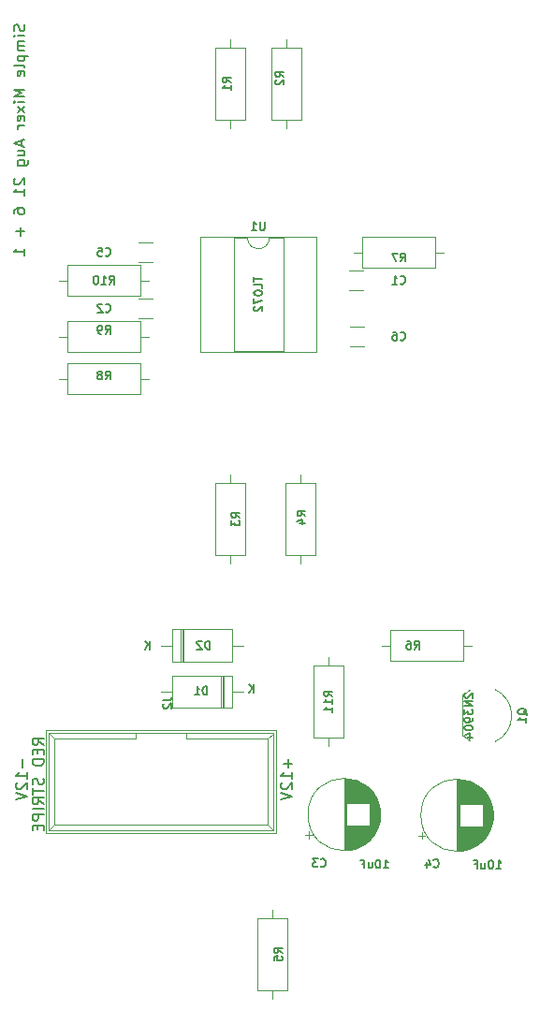
<source format=gbr>
%TF.GenerationSoftware,KiCad,Pcbnew,(5.1.9)-1*%
%TF.CreationDate,2021-08-22T20:59:49+01:00*%
%TF.ProjectId,KOSMOS Simple Mixer,4b4f534d-4f53-4205-9369-6d706c65204d,rev?*%
%TF.SameCoordinates,Original*%
%TF.FileFunction,Legend,Bot*%
%TF.FilePolarity,Positive*%
%FSLAX46Y46*%
G04 Gerber Fmt 4.6, Leading zero omitted, Abs format (unit mm)*
G04 Created by KiCad (PCBNEW (5.1.9)-1) date 2021-08-22 20:59:49*
%MOMM*%
%LPD*%
G01*
G04 APERTURE LIST*
%ADD10C,0.150000*%
%ADD11C,0.120000*%
G04 APERTURE END LIST*
D10*
X19454761Y-31481428D02*
X19502380Y-31624285D01*
X19502380Y-31862380D01*
X19454761Y-31957619D01*
X19407142Y-32005238D01*
X19311904Y-32052857D01*
X19216666Y-32052857D01*
X19121428Y-32005238D01*
X19073809Y-31957619D01*
X19026190Y-31862380D01*
X18978571Y-31671904D01*
X18930952Y-31576666D01*
X18883333Y-31529047D01*
X18788095Y-31481428D01*
X18692857Y-31481428D01*
X18597619Y-31529047D01*
X18550000Y-31576666D01*
X18502380Y-31671904D01*
X18502380Y-31910000D01*
X18550000Y-32052857D01*
X19502380Y-32481428D02*
X18835714Y-32481428D01*
X18502380Y-32481428D02*
X18550000Y-32433809D01*
X18597619Y-32481428D01*
X18550000Y-32529047D01*
X18502380Y-32481428D01*
X18597619Y-32481428D01*
X19502380Y-32957619D02*
X18835714Y-32957619D01*
X18930952Y-32957619D02*
X18883333Y-33005238D01*
X18835714Y-33100476D01*
X18835714Y-33243333D01*
X18883333Y-33338571D01*
X18978571Y-33386190D01*
X19502380Y-33386190D01*
X18978571Y-33386190D02*
X18883333Y-33433809D01*
X18835714Y-33529047D01*
X18835714Y-33671904D01*
X18883333Y-33767142D01*
X18978571Y-33814761D01*
X19502380Y-33814761D01*
X18835714Y-34290952D02*
X19835714Y-34290952D01*
X18883333Y-34290952D02*
X18835714Y-34386190D01*
X18835714Y-34576666D01*
X18883333Y-34671904D01*
X18930952Y-34719523D01*
X19026190Y-34767142D01*
X19311904Y-34767142D01*
X19407142Y-34719523D01*
X19454761Y-34671904D01*
X19502380Y-34576666D01*
X19502380Y-34386190D01*
X19454761Y-34290952D01*
X19502380Y-35338571D02*
X19454761Y-35243333D01*
X19359523Y-35195714D01*
X18502380Y-35195714D01*
X19454761Y-36100476D02*
X19502380Y-36005238D01*
X19502380Y-35814761D01*
X19454761Y-35719523D01*
X19359523Y-35671904D01*
X18978571Y-35671904D01*
X18883333Y-35719523D01*
X18835714Y-35814761D01*
X18835714Y-36005238D01*
X18883333Y-36100476D01*
X18978571Y-36148095D01*
X19073809Y-36148095D01*
X19169047Y-35671904D01*
X19502380Y-37338571D02*
X18502380Y-37338571D01*
X19216666Y-37671904D01*
X18502380Y-38005238D01*
X19502380Y-38005238D01*
X19502380Y-38481428D02*
X18835714Y-38481428D01*
X18502380Y-38481428D02*
X18550000Y-38433809D01*
X18597619Y-38481428D01*
X18550000Y-38529047D01*
X18502380Y-38481428D01*
X18597619Y-38481428D01*
X19502380Y-38862380D02*
X18835714Y-39386190D01*
X18835714Y-38862380D02*
X19502380Y-39386190D01*
X19454761Y-40148095D02*
X19502380Y-40052857D01*
X19502380Y-39862380D01*
X19454761Y-39767142D01*
X19359523Y-39719523D01*
X18978571Y-39719523D01*
X18883333Y-39767142D01*
X18835714Y-39862380D01*
X18835714Y-40052857D01*
X18883333Y-40148095D01*
X18978571Y-40195714D01*
X19073809Y-40195714D01*
X19169047Y-39719523D01*
X19502380Y-40624285D02*
X18835714Y-40624285D01*
X19026190Y-40624285D02*
X18930952Y-40671904D01*
X18883333Y-40719523D01*
X18835714Y-40814761D01*
X18835714Y-40909999D01*
X19216666Y-41957619D02*
X19216666Y-42433809D01*
X19502380Y-41862380D02*
X18502380Y-42195714D01*
X19502380Y-42529047D01*
X18835714Y-43290952D02*
X19502380Y-43290952D01*
X18835714Y-42862380D02*
X19359523Y-42862380D01*
X19454761Y-42909999D01*
X19502380Y-43005238D01*
X19502380Y-43148095D01*
X19454761Y-43243333D01*
X19407142Y-43290952D01*
X18835714Y-44195714D02*
X19645238Y-44195714D01*
X19740476Y-44148095D01*
X19788095Y-44100476D01*
X19835714Y-44005238D01*
X19835714Y-43862380D01*
X19788095Y-43767142D01*
X19454761Y-44195714D02*
X19502380Y-44100476D01*
X19502380Y-43909999D01*
X19454761Y-43814761D01*
X19407142Y-43767142D01*
X19311904Y-43719523D01*
X19026190Y-43719523D01*
X18930952Y-43767142D01*
X18883333Y-43814761D01*
X18835714Y-43909999D01*
X18835714Y-44100476D01*
X18883333Y-44195714D01*
X18597619Y-45386190D02*
X18550000Y-45433809D01*
X18502380Y-45529047D01*
X18502380Y-45767142D01*
X18550000Y-45862380D01*
X18597619Y-45909999D01*
X18692857Y-45957619D01*
X18788095Y-45957619D01*
X18930952Y-45909999D01*
X19502380Y-45338571D01*
X19502380Y-45957619D01*
X19502380Y-46909999D02*
X19502380Y-46338571D01*
X19502380Y-46624285D02*
X18502380Y-46624285D01*
X18645238Y-46529047D01*
X18740476Y-46433809D01*
X18788095Y-46338571D01*
X18502380Y-48529047D02*
X18502380Y-48338571D01*
X18550000Y-48243333D01*
X18597619Y-48195714D01*
X18740476Y-48100476D01*
X18930952Y-48052857D01*
X19311904Y-48052857D01*
X19407142Y-48100476D01*
X19454761Y-48148095D01*
X19502380Y-48243333D01*
X19502380Y-48433809D01*
X19454761Y-48529047D01*
X19407142Y-48576666D01*
X19311904Y-48624285D01*
X19073809Y-48624285D01*
X18978571Y-48576666D01*
X18930952Y-48529047D01*
X18883333Y-48433809D01*
X18883333Y-48243333D01*
X18930952Y-48148095D01*
X18978571Y-48100476D01*
X19073809Y-48052857D01*
X19121428Y-49814761D02*
X19121428Y-50576666D01*
X19502380Y-50195714D02*
X18740476Y-50195714D01*
X19502380Y-52338571D02*
X19502380Y-51767142D01*
X19502380Y-52052857D02*
X18502380Y-52052857D01*
X18645238Y-51957619D01*
X18740476Y-51862380D01*
X18788095Y-51767142D01*
D11*
%TO.C,C1*%
X48881000Y-55530000D02*
X50139000Y-55530000D01*
X48881000Y-53690000D02*
X50139000Y-53690000D01*
%TO.C,C2*%
X29831000Y-58070000D02*
X31089000Y-58070000D01*
X29831000Y-56230000D02*
X31089000Y-56230000D01*
%TO.C,C3*%
X45214759Y-105084000D02*
X45214759Y-104454000D01*
X44899759Y-104769000D02*
X45529759Y-104769000D01*
X51641000Y-103332000D02*
X51641000Y-102528000D01*
X51601000Y-103563000D02*
X51601000Y-102297000D01*
X51561000Y-103732000D02*
X51561000Y-102128000D01*
X51521000Y-103870000D02*
X51521000Y-101990000D01*
X51481000Y-103989000D02*
X51481000Y-101871000D01*
X51441000Y-104095000D02*
X51441000Y-101765000D01*
X51401000Y-104192000D02*
X51401000Y-101668000D01*
X51361000Y-104280000D02*
X51361000Y-101580000D01*
X51321000Y-104362000D02*
X51321000Y-101498000D01*
X51281000Y-104439000D02*
X51281000Y-101421000D01*
X51241000Y-104511000D02*
X51241000Y-101349000D01*
X51201000Y-104580000D02*
X51201000Y-101280000D01*
X51161000Y-104644000D02*
X51161000Y-101216000D01*
X51121000Y-104706000D02*
X51121000Y-101154000D01*
X51081000Y-104764000D02*
X51081000Y-101096000D01*
X51041000Y-104820000D02*
X51041000Y-101040000D01*
X51001000Y-104874000D02*
X51001000Y-100986000D01*
X50961000Y-104925000D02*
X50961000Y-100935000D01*
X50921000Y-104974000D02*
X50921000Y-100886000D01*
X50881000Y-105022000D02*
X50881000Y-100838000D01*
X50841000Y-105067000D02*
X50841000Y-100793000D01*
X50801000Y-105112000D02*
X50801000Y-100748000D01*
X50761000Y-105154000D02*
X50761000Y-100706000D01*
X50721000Y-105195000D02*
X50721000Y-100665000D01*
X50681000Y-101890000D02*
X50681000Y-100625000D01*
X50681000Y-105235000D02*
X50681000Y-103970000D01*
X50641000Y-101890000D02*
X50641000Y-100587000D01*
X50641000Y-105273000D02*
X50641000Y-103970000D01*
X50601000Y-101890000D02*
X50601000Y-100550000D01*
X50601000Y-105310000D02*
X50601000Y-103970000D01*
X50561000Y-101890000D02*
X50561000Y-100514000D01*
X50561000Y-105346000D02*
X50561000Y-103970000D01*
X50521000Y-101890000D02*
X50521000Y-100480000D01*
X50521000Y-105380000D02*
X50521000Y-103970000D01*
X50481000Y-101890000D02*
X50481000Y-100446000D01*
X50481000Y-105414000D02*
X50481000Y-103970000D01*
X50441000Y-101890000D02*
X50441000Y-100414000D01*
X50441000Y-105446000D02*
X50441000Y-103970000D01*
X50401000Y-101890000D02*
X50401000Y-100382000D01*
X50401000Y-105478000D02*
X50401000Y-103970000D01*
X50361000Y-101890000D02*
X50361000Y-100352000D01*
X50361000Y-105508000D02*
X50361000Y-103970000D01*
X50321000Y-101890000D02*
X50321000Y-100323000D01*
X50321000Y-105537000D02*
X50321000Y-103970000D01*
X50281000Y-101890000D02*
X50281000Y-100294000D01*
X50281000Y-105566000D02*
X50281000Y-103970000D01*
X50241000Y-101890000D02*
X50241000Y-100266000D01*
X50241000Y-105594000D02*
X50241000Y-103970000D01*
X50201000Y-101890000D02*
X50201000Y-100240000D01*
X50201000Y-105620000D02*
X50201000Y-103970000D01*
X50161000Y-101890000D02*
X50161000Y-100214000D01*
X50161000Y-105646000D02*
X50161000Y-103970000D01*
X50121000Y-101890000D02*
X50121000Y-100188000D01*
X50121000Y-105672000D02*
X50121000Y-103970000D01*
X50081000Y-101890000D02*
X50081000Y-100164000D01*
X50081000Y-105696000D02*
X50081000Y-103970000D01*
X50041000Y-101890000D02*
X50041000Y-100140000D01*
X50041000Y-105720000D02*
X50041000Y-103970000D01*
X50001000Y-101890000D02*
X50001000Y-100118000D01*
X50001000Y-105742000D02*
X50001000Y-103970000D01*
X49961000Y-101890000D02*
X49961000Y-100096000D01*
X49961000Y-105764000D02*
X49961000Y-103970000D01*
X49921000Y-101890000D02*
X49921000Y-100074000D01*
X49921000Y-105786000D02*
X49921000Y-103970000D01*
X49881000Y-101890000D02*
X49881000Y-100054000D01*
X49881000Y-105806000D02*
X49881000Y-103970000D01*
X49841000Y-101890000D02*
X49841000Y-100034000D01*
X49841000Y-105826000D02*
X49841000Y-103970000D01*
X49801000Y-101890000D02*
X49801000Y-100014000D01*
X49801000Y-105846000D02*
X49801000Y-103970000D01*
X49761000Y-101890000D02*
X49761000Y-99996000D01*
X49761000Y-105864000D02*
X49761000Y-103970000D01*
X49721000Y-101890000D02*
X49721000Y-99978000D01*
X49721000Y-105882000D02*
X49721000Y-103970000D01*
X49681000Y-101890000D02*
X49681000Y-99960000D01*
X49681000Y-105900000D02*
X49681000Y-103970000D01*
X49641000Y-101890000D02*
X49641000Y-99944000D01*
X49641000Y-105916000D02*
X49641000Y-103970000D01*
X49601000Y-101890000D02*
X49601000Y-99928000D01*
X49601000Y-105932000D02*
X49601000Y-103970000D01*
X49561000Y-101890000D02*
X49561000Y-99912000D01*
X49561000Y-105948000D02*
X49561000Y-103970000D01*
X49521000Y-101890000D02*
X49521000Y-99897000D01*
X49521000Y-105963000D02*
X49521000Y-103970000D01*
X49481000Y-101890000D02*
X49481000Y-99883000D01*
X49481000Y-105977000D02*
X49481000Y-103970000D01*
X49441000Y-101890000D02*
X49441000Y-99869000D01*
X49441000Y-105991000D02*
X49441000Y-103970000D01*
X49401000Y-101890000D02*
X49401000Y-99856000D01*
X49401000Y-106004000D02*
X49401000Y-103970000D01*
X49361000Y-101890000D02*
X49361000Y-99844000D01*
X49361000Y-106016000D02*
X49361000Y-103970000D01*
X49321000Y-101890000D02*
X49321000Y-99832000D01*
X49321000Y-106028000D02*
X49321000Y-103970000D01*
X49281000Y-101890000D02*
X49281000Y-99820000D01*
X49281000Y-106040000D02*
X49281000Y-103970000D01*
X49241000Y-101890000D02*
X49241000Y-99809000D01*
X49241000Y-106051000D02*
X49241000Y-103970000D01*
X49201000Y-101890000D02*
X49201000Y-99799000D01*
X49201000Y-106061000D02*
X49201000Y-103970000D01*
X49161000Y-101890000D02*
X49161000Y-99789000D01*
X49161000Y-106071000D02*
X49161000Y-103970000D01*
X49121000Y-101890000D02*
X49121000Y-99780000D01*
X49121000Y-106080000D02*
X49121000Y-103970000D01*
X49080000Y-101890000D02*
X49080000Y-99771000D01*
X49080000Y-106089000D02*
X49080000Y-103970000D01*
X49040000Y-101890000D02*
X49040000Y-99763000D01*
X49040000Y-106097000D02*
X49040000Y-103970000D01*
X49000000Y-101890000D02*
X49000000Y-99755000D01*
X49000000Y-106105000D02*
X49000000Y-103970000D01*
X48960000Y-101890000D02*
X48960000Y-99748000D01*
X48960000Y-106112000D02*
X48960000Y-103970000D01*
X48920000Y-101890000D02*
X48920000Y-99741000D01*
X48920000Y-106119000D02*
X48920000Y-103970000D01*
X48880000Y-101890000D02*
X48880000Y-99735000D01*
X48880000Y-106125000D02*
X48880000Y-103970000D01*
X48840000Y-101890000D02*
X48840000Y-99729000D01*
X48840000Y-106131000D02*
X48840000Y-103970000D01*
X48800000Y-101890000D02*
X48800000Y-99724000D01*
X48800000Y-106136000D02*
X48800000Y-103970000D01*
X48760000Y-101890000D02*
X48760000Y-99719000D01*
X48760000Y-106141000D02*
X48760000Y-103970000D01*
X48720000Y-101890000D02*
X48720000Y-99715000D01*
X48720000Y-106145000D02*
X48720000Y-103970000D01*
X48680000Y-101890000D02*
X48680000Y-99712000D01*
X48680000Y-106148000D02*
X48680000Y-103970000D01*
X48640000Y-101890000D02*
X48640000Y-99708000D01*
X48640000Y-106152000D02*
X48640000Y-103970000D01*
X48600000Y-106154000D02*
X48600000Y-99706000D01*
X48560000Y-106157000D02*
X48560000Y-99703000D01*
X48520000Y-106158000D02*
X48520000Y-99702000D01*
X48480000Y-106160000D02*
X48480000Y-99700000D01*
X48440000Y-106160000D02*
X48440000Y-99700000D01*
X48400000Y-106160000D02*
X48400000Y-99700000D01*
X51670000Y-102930000D02*
G75*
G03*
X51670000Y-102930000I-3270000J0D01*
G01*
%TO.C,C4*%
X61880000Y-102990000D02*
G75*
G03*
X61880000Y-102990000I-3270000J0D01*
G01*
X58610000Y-106220000D02*
X58610000Y-99760000D01*
X58650000Y-106220000D02*
X58650000Y-99760000D01*
X58690000Y-106220000D02*
X58690000Y-99760000D01*
X58730000Y-106218000D02*
X58730000Y-99762000D01*
X58770000Y-106217000D02*
X58770000Y-99763000D01*
X58810000Y-106214000D02*
X58810000Y-99766000D01*
X58850000Y-106212000D02*
X58850000Y-104030000D01*
X58850000Y-101950000D02*
X58850000Y-99768000D01*
X58890000Y-106208000D02*
X58890000Y-104030000D01*
X58890000Y-101950000D02*
X58890000Y-99772000D01*
X58930000Y-106205000D02*
X58930000Y-104030000D01*
X58930000Y-101950000D02*
X58930000Y-99775000D01*
X58970000Y-106201000D02*
X58970000Y-104030000D01*
X58970000Y-101950000D02*
X58970000Y-99779000D01*
X59010000Y-106196000D02*
X59010000Y-104030000D01*
X59010000Y-101950000D02*
X59010000Y-99784000D01*
X59050000Y-106191000D02*
X59050000Y-104030000D01*
X59050000Y-101950000D02*
X59050000Y-99789000D01*
X59090000Y-106185000D02*
X59090000Y-104030000D01*
X59090000Y-101950000D02*
X59090000Y-99795000D01*
X59130000Y-106179000D02*
X59130000Y-104030000D01*
X59130000Y-101950000D02*
X59130000Y-99801000D01*
X59170000Y-106172000D02*
X59170000Y-104030000D01*
X59170000Y-101950000D02*
X59170000Y-99808000D01*
X59210000Y-106165000D02*
X59210000Y-104030000D01*
X59210000Y-101950000D02*
X59210000Y-99815000D01*
X59250000Y-106157000D02*
X59250000Y-104030000D01*
X59250000Y-101950000D02*
X59250000Y-99823000D01*
X59290000Y-106149000D02*
X59290000Y-104030000D01*
X59290000Y-101950000D02*
X59290000Y-99831000D01*
X59331000Y-106140000D02*
X59331000Y-104030000D01*
X59331000Y-101950000D02*
X59331000Y-99840000D01*
X59371000Y-106131000D02*
X59371000Y-104030000D01*
X59371000Y-101950000D02*
X59371000Y-99849000D01*
X59411000Y-106121000D02*
X59411000Y-104030000D01*
X59411000Y-101950000D02*
X59411000Y-99859000D01*
X59451000Y-106111000D02*
X59451000Y-104030000D01*
X59451000Y-101950000D02*
X59451000Y-99869000D01*
X59491000Y-106100000D02*
X59491000Y-104030000D01*
X59491000Y-101950000D02*
X59491000Y-99880000D01*
X59531000Y-106088000D02*
X59531000Y-104030000D01*
X59531000Y-101950000D02*
X59531000Y-99892000D01*
X59571000Y-106076000D02*
X59571000Y-104030000D01*
X59571000Y-101950000D02*
X59571000Y-99904000D01*
X59611000Y-106064000D02*
X59611000Y-104030000D01*
X59611000Y-101950000D02*
X59611000Y-99916000D01*
X59651000Y-106051000D02*
X59651000Y-104030000D01*
X59651000Y-101950000D02*
X59651000Y-99929000D01*
X59691000Y-106037000D02*
X59691000Y-104030000D01*
X59691000Y-101950000D02*
X59691000Y-99943000D01*
X59731000Y-106023000D02*
X59731000Y-104030000D01*
X59731000Y-101950000D02*
X59731000Y-99957000D01*
X59771000Y-106008000D02*
X59771000Y-104030000D01*
X59771000Y-101950000D02*
X59771000Y-99972000D01*
X59811000Y-105992000D02*
X59811000Y-104030000D01*
X59811000Y-101950000D02*
X59811000Y-99988000D01*
X59851000Y-105976000D02*
X59851000Y-104030000D01*
X59851000Y-101950000D02*
X59851000Y-100004000D01*
X59891000Y-105960000D02*
X59891000Y-104030000D01*
X59891000Y-101950000D02*
X59891000Y-100020000D01*
X59931000Y-105942000D02*
X59931000Y-104030000D01*
X59931000Y-101950000D02*
X59931000Y-100038000D01*
X59971000Y-105924000D02*
X59971000Y-104030000D01*
X59971000Y-101950000D02*
X59971000Y-100056000D01*
X60011000Y-105906000D02*
X60011000Y-104030000D01*
X60011000Y-101950000D02*
X60011000Y-100074000D01*
X60051000Y-105886000D02*
X60051000Y-104030000D01*
X60051000Y-101950000D02*
X60051000Y-100094000D01*
X60091000Y-105866000D02*
X60091000Y-104030000D01*
X60091000Y-101950000D02*
X60091000Y-100114000D01*
X60131000Y-105846000D02*
X60131000Y-104030000D01*
X60131000Y-101950000D02*
X60131000Y-100134000D01*
X60171000Y-105824000D02*
X60171000Y-104030000D01*
X60171000Y-101950000D02*
X60171000Y-100156000D01*
X60211000Y-105802000D02*
X60211000Y-104030000D01*
X60211000Y-101950000D02*
X60211000Y-100178000D01*
X60251000Y-105780000D02*
X60251000Y-104030000D01*
X60251000Y-101950000D02*
X60251000Y-100200000D01*
X60291000Y-105756000D02*
X60291000Y-104030000D01*
X60291000Y-101950000D02*
X60291000Y-100224000D01*
X60331000Y-105732000D02*
X60331000Y-104030000D01*
X60331000Y-101950000D02*
X60331000Y-100248000D01*
X60371000Y-105706000D02*
X60371000Y-104030000D01*
X60371000Y-101950000D02*
X60371000Y-100274000D01*
X60411000Y-105680000D02*
X60411000Y-104030000D01*
X60411000Y-101950000D02*
X60411000Y-100300000D01*
X60451000Y-105654000D02*
X60451000Y-104030000D01*
X60451000Y-101950000D02*
X60451000Y-100326000D01*
X60491000Y-105626000D02*
X60491000Y-104030000D01*
X60491000Y-101950000D02*
X60491000Y-100354000D01*
X60531000Y-105597000D02*
X60531000Y-104030000D01*
X60531000Y-101950000D02*
X60531000Y-100383000D01*
X60571000Y-105568000D02*
X60571000Y-104030000D01*
X60571000Y-101950000D02*
X60571000Y-100412000D01*
X60611000Y-105538000D02*
X60611000Y-104030000D01*
X60611000Y-101950000D02*
X60611000Y-100442000D01*
X60651000Y-105506000D02*
X60651000Y-104030000D01*
X60651000Y-101950000D02*
X60651000Y-100474000D01*
X60691000Y-105474000D02*
X60691000Y-104030000D01*
X60691000Y-101950000D02*
X60691000Y-100506000D01*
X60731000Y-105440000D02*
X60731000Y-104030000D01*
X60731000Y-101950000D02*
X60731000Y-100540000D01*
X60771000Y-105406000D02*
X60771000Y-104030000D01*
X60771000Y-101950000D02*
X60771000Y-100574000D01*
X60811000Y-105370000D02*
X60811000Y-104030000D01*
X60811000Y-101950000D02*
X60811000Y-100610000D01*
X60851000Y-105333000D02*
X60851000Y-104030000D01*
X60851000Y-101950000D02*
X60851000Y-100647000D01*
X60891000Y-105295000D02*
X60891000Y-104030000D01*
X60891000Y-101950000D02*
X60891000Y-100685000D01*
X60931000Y-105255000D02*
X60931000Y-100725000D01*
X60971000Y-105214000D02*
X60971000Y-100766000D01*
X61011000Y-105172000D02*
X61011000Y-100808000D01*
X61051000Y-105127000D02*
X61051000Y-100853000D01*
X61091000Y-105082000D02*
X61091000Y-100898000D01*
X61131000Y-105034000D02*
X61131000Y-100946000D01*
X61171000Y-104985000D02*
X61171000Y-100995000D01*
X61211000Y-104934000D02*
X61211000Y-101046000D01*
X61251000Y-104880000D02*
X61251000Y-101100000D01*
X61291000Y-104824000D02*
X61291000Y-101156000D01*
X61331000Y-104766000D02*
X61331000Y-101214000D01*
X61371000Y-104704000D02*
X61371000Y-101276000D01*
X61411000Y-104640000D02*
X61411000Y-101340000D01*
X61451000Y-104571000D02*
X61451000Y-101409000D01*
X61491000Y-104499000D02*
X61491000Y-101481000D01*
X61531000Y-104422000D02*
X61531000Y-101558000D01*
X61571000Y-104340000D02*
X61571000Y-101640000D01*
X61611000Y-104252000D02*
X61611000Y-101728000D01*
X61651000Y-104155000D02*
X61651000Y-101825000D01*
X61691000Y-104049000D02*
X61691000Y-101931000D01*
X61731000Y-103930000D02*
X61731000Y-102050000D01*
X61771000Y-103792000D02*
X61771000Y-102188000D01*
X61811000Y-103623000D02*
X61811000Y-102357000D01*
X61851000Y-103392000D02*
X61851000Y-102588000D01*
X55109759Y-104829000D02*
X55739759Y-104829000D01*
X55424759Y-105144000D02*
X55424759Y-104514000D01*
%TO.C,C5*%
X29831000Y-51150000D02*
X31089000Y-51150000D01*
X29831000Y-52990000D02*
X31089000Y-52990000D01*
%TO.C,C6*%
X50179000Y-60610000D02*
X48921000Y-60610000D01*
X50179000Y-58770000D02*
X48921000Y-58770000D01*
%TO.C,D1*%
X37500000Y-90360000D02*
X37500000Y-93300000D01*
X37260000Y-90360000D02*
X37260000Y-93300000D01*
X37380000Y-90360000D02*
X37380000Y-93300000D01*
X31820000Y-91830000D02*
X32840000Y-91830000D01*
X39300000Y-91830000D02*
X38280000Y-91830000D01*
X32840000Y-90360000D02*
X38280000Y-90360000D01*
X32840000Y-93300000D02*
X32840000Y-90360000D01*
X38280000Y-93300000D02*
X32840000Y-93300000D01*
X38280000Y-90360000D02*
X38280000Y-93300000D01*
%TO.C,D2*%
X32840000Y-89100000D02*
X32840000Y-86160000D01*
X32840000Y-86160000D02*
X38280000Y-86160000D01*
X38280000Y-86160000D02*
X38280000Y-89100000D01*
X38280000Y-89100000D02*
X32840000Y-89100000D01*
X31820000Y-87630000D02*
X32840000Y-87630000D01*
X39300000Y-87630000D02*
X38280000Y-87630000D01*
X33740000Y-89100000D02*
X33740000Y-86160000D01*
X33860000Y-89100000D02*
X33860000Y-86160000D01*
X33620000Y-89100000D02*
X33620000Y-86160000D01*
%TO.C,J2*%
X29580000Y-96090000D02*
X22200000Y-96090000D01*
X29580000Y-95590000D02*
X29580000Y-96070000D01*
X34080000Y-96090000D02*
X34080000Y-95580000D01*
X41450000Y-96090000D02*
X34100000Y-96090000D01*
X41450000Y-96090000D02*
X41950000Y-95590000D01*
X41450000Y-103840000D02*
X41450000Y-96090000D01*
X41450000Y-103840000D02*
X42000000Y-104390000D01*
X22200000Y-103840000D02*
X41450000Y-103840000D01*
X22200000Y-103840000D02*
X21650000Y-104390000D01*
X22200000Y-96090000D02*
X22200000Y-103840000D01*
X21650000Y-95540000D02*
X22200000Y-96090000D01*
X42000000Y-95540000D02*
X21650000Y-95540000D01*
X42000000Y-104390000D02*
X42000000Y-95540000D01*
X21650000Y-104390000D02*
X42000000Y-104390000D01*
X21650000Y-95540000D02*
X21650000Y-104390000D01*
X21400000Y-95285000D02*
X21400000Y-104635000D01*
X42260000Y-95285000D02*
X21400000Y-95285000D01*
X42260000Y-104635000D02*
X42260000Y-95285000D01*
X21400000Y-104635000D02*
X42260000Y-104635000D01*
%TO.C,Q1*%
X59110000Y-95780000D02*
X59110000Y-92180000D01*
X59837205Y-96304184D02*
G75*
G02*
X59110000Y-95780000I1122795J2324184D01*
G01*
X62058807Y-96336400D02*
G75*
G03*
X63560000Y-93980000I-1098807J2356400D01*
G01*
X62058807Y-91623600D02*
G75*
G02*
X63560000Y-93980000I-1098807J-2356400D01*
G01*
X59837205Y-91655816D02*
G75*
G03*
X59110000Y-92180000I1122795J-2324184D01*
G01*
%TO.C,R1*%
X39470000Y-40100000D02*
X36730000Y-40100000D01*
X36730000Y-40100000D02*
X36730000Y-33560000D01*
X36730000Y-33560000D02*
X39470000Y-33560000D01*
X39470000Y-33560000D02*
X39470000Y-40100000D01*
X38100000Y-40870000D02*
X38100000Y-40100000D01*
X38100000Y-32790000D02*
X38100000Y-33560000D01*
%TO.C,R2*%
X44550000Y-40100000D02*
X41810000Y-40100000D01*
X41810000Y-40100000D02*
X41810000Y-33560000D01*
X41810000Y-33560000D02*
X44550000Y-33560000D01*
X44550000Y-33560000D02*
X44550000Y-40100000D01*
X43180000Y-40870000D02*
X43180000Y-40100000D01*
X43180000Y-32790000D02*
X43180000Y-33560000D01*
%TO.C,R3*%
X38100000Y-80240000D02*
X38100000Y-79470000D01*
X38100000Y-72160000D02*
X38100000Y-72930000D01*
X36730000Y-79470000D02*
X36730000Y-72930000D01*
X39470000Y-79470000D02*
X36730000Y-79470000D01*
X39470000Y-72930000D02*
X39470000Y-79470000D01*
X36730000Y-72930000D02*
X39470000Y-72930000D01*
%TO.C,R4*%
X44450000Y-80240000D02*
X44450000Y-79470000D01*
X44450000Y-72160000D02*
X44450000Y-72930000D01*
X43080000Y-79470000D02*
X43080000Y-72930000D01*
X45820000Y-79470000D02*
X43080000Y-79470000D01*
X45820000Y-72930000D02*
X45820000Y-79470000D01*
X43080000Y-72930000D02*
X45820000Y-72930000D01*
%TO.C,R5*%
X40540000Y-112300000D02*
X43280000Y-112300000D01*
X43280000Y-112300000D02*
X43280000Y-118840000D01*
X43280000Y-118840000D02*
X40540000Y-118840000D01*
X40540000Y-118840000D02*
X40540000Y-112300000D01*
X41910000Y-111530000D02*
X41910000Y-112300000D01*
X41910000Y-119610000D02*
X41910000Y-118840000D01*
%TO.C,R6*%
X59150000Y-86260000D02*
X59150000Y-89000000D01*
X59150000Y-89000000D02*
X52610000Y-89000000D01*
X52610000Y-89000000D02*
X52610000Y-86260000D01*
X52610000Y-86260000D02*
X59150000Y-86260000D01*
X59920000Y-87630000D02*
X59150000Y-87630000D01*
X51840000Y-87630000D02*
X52610000Y-87630000D01*
%TO.C,R7*%
X57380000Y-52070000D02*
X56610000Y-52070000D01*
X49300000Y-52070000D02*
X50070000Y-52070000D01*
X56610000Y-53440000D02*
X50070000Y-53440000D01*
X56610000Y-50700000D02*
X56610000Y-53440000D01*
X50070000Y-50700000D02*
X56610000Y-50700000D01*
X50070000Y-53440000D02*
X50070000Y-50700000D01*
%TO.C,R8*%
X29940000Y-62130000D02*
X29940000Y-64870000D01*
X29940000Y-64870000D02*
X23400000Y-64870000D01*
X23400000Y-64870000D02*
X23400000Y-62130000D01*
X23400000Y-62130000D02*
X29940000Y-62130000D01*
X30710000Y-63500000D02*
X29940000Y-63500000D01*
X22630000Y-63500000D02*
X23400000Y-63500000D01*
%TO.C,R9*%
X30710000Y-59690000D02*
X29940000Y-59690000D01*
X22630000Y-59690000D02*
X23400000Y-59690000D01*
X29940000Y-61060000D02*
X23400000Y-61060000D01*
X29940000Y-58320000D02*
X29940000Y-61060000D01*
X23400000Y-58320000D02*
X29940000Y-58320000D01*
X23400000Y-61060000D02*
X23400000Y-58320000D01*
%TO.C,R10*%
X23400000Y-55980000D02*
X23400000Y-53240000D01*
X23400000Y-53240000D02*
X29940000Y-53240000D01*
X29940000Y-53240000D02*
X29940000Y-55980000D01*
X29940000Y-55980000D02*
X23400000Y-55980000D01*
X22630000Y-54610000D02*
X23400000Y-54610000D01*
X30710000Y-54610000D02*
X29940000Y-54610000D01*
%TO.C,R11*%
X46990000Y-96750000D02*
X46990000Y-95980000D01*
X46990000Y-88670000D02*
X46990000Y-89440000D01*
X45620000Y-95980000D02*
X45620000Y-89440000D01*
X48360000Y-95980000D02*
X45620000Y-95980000D01*
X48360000Y-89440000D02*
X48360000Y-95980000D01*
X45620000Y-89440000D02*
X48360000Y-89440000D01*
%TO.C,U1*%
X41640000Y-50740000D02*
X42890000Y-50740000D01*
X42890000Y-50740000D02*
X42890000Y-61020000D01*
X42890000Y-61020000D02*
X38390000Y-61020000D01*
X38390000Y-61020000D02*
X38390000Y-50740000D01*
X38390000Y-50740000D02*
X39640000Y-50740000D01*
X45890000Y-50680000D02*
X45890000Y-61080000D01*
X45890000Y-61080000D02*
X35390000Y-61080000D01*
X35390000Y-61080000D02*
X35390000Y-50680000D01*
X35390000Y-50680000D02*
X45890000Y-50680000D01*
X39640000Y-50740000D02*
G75*
G03*
X41640000Y-50740000I1000000J0D01*
G01*
%TO.C,C1*%
D10*
X53465000Y-54877857D02*
X53500714Y-54913571D01*
X53607857Y-54949285D01*
X53679285Y-54949285D01*
X53786428Y-54913571D01*
X53857857Y-54842142D01*
X53893571Y-54770714D01*
X53929285Y-54627857D01*
X53929285Y-54520714D01*
X53893571Y-54377857D01*
X53857857Y-54306428D01*
X53786428Y-54235000D01*
X53679285Y-54199285D01*
X53607857Y-54199285D01*
X53500714Y-54235000D01*
X53465000Y-54270714D01*
X52750714Y-54949285D02*
X53179285Y-54949285D01*
X52965000Y-54949285D02*
X52965000Y-54199285D01*
X53036428Y-54306428D01*
X53107857Y-54377857D01*
X53179285Y-54413571D01*
%TO.C,C2*%
X26795000Y-57417857D02*
X26830714Y-57453571D01*
X26937857Y-57489285D01*
X27009285Y-57489285D01*
X27116428Y-57453571D01*
X27187857Y-57382142D01*
X27223571Y-57310714D01*
X27259285Y-57167857D01*
X27259285Y-57060714D01*
X27223571Y-56917857D01*
X27187857Y-56846428D01*
X27116428Y-56775000D01*
X27009285Y-56739285D01*
X26937857Y-56739285D01*
X26830714Y-56775000D01*
X26795000Y-56810714D01*
X26509285Y-56810714D02*
X26473571Y-56775000D01*
X26402142Y-56739285D01*
X26223571Y-56739285D01*
X26152142Y-56775000D01*
X26116428Y-56810714D01*
X26080714Y-56882142D01*
X26080714Y-56953571D01*
X26116428Y-57060714D01*
X26545000Y-57489285D01*
X26080714Y-57489285D01*
%TO.C,C3*%
X46275000Y-107597857D02*
X46310714Y-107633571D01*
X46417857Y-107669285D01*
X46489285Y-107669285D01*
X46596428Y-107633571D01*
X46667857Y-107562142D01*
X46703571Y-107490714D01*
X46739285Y-107347857D01*
X46739285Y-107240714D01*
X46703571Y-107097857D01*
X46667857Y-107026428D01*
X46596428Y-106955000D01*
X46489285Y-106919285D01*
X46417857Y-106919285D01*
X46310714Y-106955000D01*
X46275000Y-106990714D01*
X46025000Y-106919285D02*
X45560714Y-106919285D01*
X45810714Y-107205000D01*
X45703571Y-107205000D01*
X45632142Y-107240714D01*
X45596428Y-107276428D01*
X45560714Y-107347857D01*
X45560714Y-107526428D01*
X45596428Y-107597857D01*
X45632142Y-107633571D01*
X45703571Y-107669285D01*
X45917857Y-107669285D01*
X45989285Y-107633571D01*
X46025000Y-107597857D01*
X51953571Y-107769285D02*
X52382142Y-107769285D01*
X52167857Y-107769285D02*
X52167857Y-107019285D01*
X52239285Y-107126428D01*
X52310714Y-107197857D01*
X52382142Y-107233571D01*
X51489285Y-107019285D02*
X51417857Y-107019285D01*
X51346428Y-107055000D01*
X51310714Y-107090714D01*
X51275000Y-107162142D01*
X51239285Y-107305000D01*
X51239285Y-107483571D01*
X51275000Y-107626428D01*
X51310714Y-107697857D01*
X51346428Y-107733571D01*
X51417857Y-107769285D01*
X51489285Y-107769285D01*
X51560714Y-107733571D01*
X51596428Y-107697857D01*
X51632142Y-107626428D01*
X51667857Y-107483571D01*
X51667857Y-107305000D01*
X51632142Y-107162142D01*
X51596428Y-107090714D01*
X51560714Y-107055000D01*
X51489285Y-107019285D01*
X50596428Y-107269285D02*
X50596428Y-107769285D01*
X50917857Y-107269285D02*
X50917857Y-107662142D01*
X50882142Y-107733571D01*
X50810714Y-107769285D01*
X50703571Y-107769285D01*
X50632142Y-107733571D01*
X50596428Y-107697857D01*
X49989285Y-107376428D02*
X50239285Y-107376428D01*
X50239285Y-107769285D02*
X50239285Y-107019285D01*
X49882142Y-107019285D01*
%TO.C,C4*%
X56485000Y-107657857D02*
X56520714Y-107693571D01*
X56627857Y-107729285D01*
X56699285Y-107729285D01*
X56806428Y-107693571D01*
X56877857Y-107622142D01*
X56913571Y-107550714D01*
X56949285Y-107407857D01*
X56949285Y-107300714D01*
X56913571Y-107157857D01*
X56877857Y-107086428D01*
X56806428Y-107015000D01*
X56699285Y-106979285D01*
X56627857Y-106979285D01*
X56520714Y-107015000D01*
X56485000Y-107050714D01*
X55842142Y-107229285D02*
X55842142Y-107729285D01*
X56020714Y-106943571D02*
X56199285Y-107479285D01*
X55735000Y-107479285D01*
X62163571Y-107829285D02*
X62592142Y-107829285D01*
X62377857Y-107829285D02*
X62377857Y-107079285D01*
X62449285Y-107186428D01*
X62520714Y-107257857D01*
X62592142Y-107293571D01*
X61699285Y-107079285D02*
X61627857Y-107079285D01*
X61556428Y-107115000D01*
X61520714Y-107150714D01*
X61485000Y-107222142D01*
X61449285Y-107365000D01*
X61449285Y-107543571D01*
X61485000Y-107686428D01*
X61520714Y-107757857D01*
X61556428Y-107793571D01*
X61627857Y-107829285D01*
X61699285Y-107829285D01*
X61770714Y-107793571D01*
X61806428Y-107757857D01*
X61842142Y-107686428D01*
X61877857Y-107543571D01*
X61877857Y-107365000D01*
X61842142Y-107222142D01*
X61806428Y-107150714D01*
X61770714Y-107115000D01*
X61699285Y-107079285D01*
X60806428Y-107329285D02*
X60806428Y-107829285D01*
X61127857Y-107329285D02*
X61127857Y-107722142D01*
X61092142Y-107793571D01*
X61020714Y-107829285D01*
X60913571Y-107829285D01*
X60842142Y-107793571D01*
X60806428Y-107757857D01*
X60199285Y-107436428D02*
X60449285Y-107436428D01*
X60449285Y-107829285D02*
X60449285Y-107079285D01*
X60092142Y-107079285D01*
%TO.C,C5*%
X26795000Y-52337857D02*
X26830714Y-52373571D01*
X26937857Y-52409285D01*
X27009285Y-52409285D01*
X27116428Y-52373571D01*
X27187857Y-52302142D01*
X27223571Y-52230714D01*
X27259285Y-52087857D01*
X27259285Y-51980714D01*
X27223571Y-51837857D01*
X27187857Y-51766428D01*
X27116428Y-51695000D01*
X27009285Y-51659285D01*
X26937857Y-51659285D01*
X26830714Y-51695000D01*
X26795000Y-51730714D01*
X26116428Y-51659285D02*
X26473571Y-51659285D01*
X26509285Y-52016428D01*
X26473571Y-51980714D01*
X26402142Y-51945000D01*
X26223571Y-51945000D01*
X26152142Y-51980714D01*
X26116428Y-52016428D01*
X26080714Y-52087857D01*
X26080714Y-52266428D01*
X26116428Y-52337857D01*
X26152142Y-52373571D01*
X26223571Y-52409285D01*
X26402142Y-52409285D01*
X26473571Y-52373571D01*
X26509285Y-52337857D01*
%TO.C,C6*%
X53465000Y-59957857D02*
X53500714Y-59993571D01*
X53607857Y-60029285D01*
X53679285Y-60029285D01*
X53786428Y-59993571D01*
X53857857Y-59922142D01*
X53893571Y-59850714D01*
X53929285Y-59707857D01*
X53929285Y-59600714D01*
X53893571Y-59457857D01*
X53857857Y-59386428D01*
X53786428Y-59315000D01*
X53679285Y-59279285D01*
X53607857Y-59279285D01*
X53500714Y-59315000D01*
X53465000Y-59350714D01*
X52822142Y-59279285D02*
X52965000Y-59279285D01*
X53036428Y-59315000D01*
X53072142Y-59350714D01*
X53143571Y-59457857D01*
X53179285Y-59600714D01*
X53179285Y-59886428D01*
X53143571Y-59957857D01*
X53107857Y-59993571D01*
X53036428Y-60029285D01*
X52893571Y-60029285D01*
X52822142Y-59993571D01*
X52786428Y-59957857D01*
X52750714Y-59886428D01*
X52750714Y-59707857D01*
X52786428Y-59636428D01*
X52822142Y-59600714D01*
X52893571Y-59565000D01*
X53036428Y-59565000D01*
X53107857Y-59600714D01*
X53143571Y-59636428D01*
X53179285Y-59707857D01*
%TO.C,D1*%
X36013571Y-92099285D02*
X36013571Y-91349285D01*
X35835000Y-91349285D01*
X35727857Y-91385000D01*
X35656428Y-91456428D01*
X35620714Y-91527857D01*
X35585000Y-91670714D01*
X35585000Y-91777857D01*
X35620714Y-91920714D01*
X35656428Y-91992142D01*
X35727857Y-92063571D01*
X35835000Y-92099285D01*
X36013571Y-92099285D01*
X34870714Y-92099285D02*
X35299285Y-92099285D01*
X35085000Y-92099285D02*
X35085000Y-91349285D01*
X35156428Y-91456428D01*
X35227857Y-91527857D01*
X35299285Y-91563571D01*
X40226428Y-91869285D02*
X40226428Y-91119285D01*
X39797857Y-91869285D02*
X40119285Y-91440714D01*
X39797857Y-91119285D02*
X40226428Y-91547857D01*
%TO.C,D2*%
X36223571Y-87969285D02*
X36223571Y-87219285D01*
X36045000Y-87219285D01*
X35937857Y-87255000D01*
X35866428Y-87326428D01*
X35830714Y-87397857D01*
X35795000Y-87540714D01*
X35795000Y-87647857D01*
X35830714Y-87790714D01*
X35866428Y-87862142D01*
X35937857Y-87933571D01*
X36045000Y-87969285D01*
X36223571Y-87969285D01*
X35509285Y-87290714D02*
X35473571Y-87255000D01*
X35402142Y-87219285D01*
X35223571Y-87219285D01*
X35152142Y-87255000D01*
X35116428Y-87290714D01*
X35080714Y-87362142D01*
X35080714Y-87433571D01*
X35116428Y-87540714D01*
X35545000Y-87969285D01*
X35080714Y-87969285D01*
X30786428Y-87969285D02*
X30786428Y-87219285D01*
X30357857Y-87969285D02*
X30679285Y-87540714D01*
X30357857Y-87219285D02*
X30786428Y-87647857D01*
%TO.C,J2*%
X32009285Y-92590000D02*
X32545000Y-92590000D01*
X32652142Y-92554285D01*
X32723571Y-92482857D01*
X32759285Y-92375714D01*
X32759285Y-92304285D01*
X32080714Y-92911428D02*
X32045000Y-92947142D01*
X32009285Y-93018571D01*
X32009285Y-93197142D01*
X32045000Y-93268571D01*
X32080714Y-93304285D01*
X32152142Y-93340000D01*
X32223571Y-93340000D01*
X32330714Y-93304285D01*
X32759285Y-92875714D01*
X32759285Y-93340000D01*
X43321428Y-97928095D02*
X43321428Y-98690000D01*
X43702380Y-98309047D02*
X42940476Y-98309047D01*
X43702380Y-99690000D02*
X43702380Y-99118571D01*
X43702380Y-99404285D02*
X42702380Y-99404285D01*
X42845238Y-99309047D01*
X42940476Y-99213809D01*
X42988095Y-99118571D01*
X42797619Y-100070952D02*
X42750000Y-100118571D01*
X42702380Y-100213809D01*
X42702380Y-100451904D01*
X42750000Y-100547142D01*
X42797619Y-100594761D01*
X42892857Y-100642380D01*
X42988095Y-100642380D01*
X43130952Y-100594761D01*
X43702380Y-100023333D01*
X43702380Y-100642380D01*
X42702380Y-100928095D02*
X43702380Y-101261428D01*
X42702380Y-101594761D01*
X19321428Y-97928095D02*
X19321428Y-98690000D01*
X19702380Y-99690000D02*
X19702380Y-99118571D01*
X19702380Y-99404285D02*
X18702380Y-99404285D01*
X18845238Y-99309047D01*
X18940476Y-99213809D01*
X18988095Y-99118571D01*
X18797619Y-100070952D02*
X18750000Y-100118571D01*
X18702380Y-100213809D01*
X18702380Y-100451904D01*
X18750000Y-100547142D01*
X18797619Y-100594761D01*
X18892857Y-100642380D01*
X18988095Y-100642380D01*
X19130952Y-100594761D01*
X19702380Y-100023333D01*
X19702380Y-100642380D01*
X18702380Y-100928095D02*
X19702380Y-101261428D01*
X18702380Y-101594761D01*
X21202380Y-96618571D02*
X20726190Y-96285238D01*
X21202380Y-96047142D02*
X20202380Y-96047142D01*
X20202380Y-96428095D01*
X20250000Y-96523333D01*
X20297619Y-96570952D01*
X20392857Y-96618571D01*
X20535714Y-96618571D01*
X20630952Y-96570952D01*
X20678571Y-96523333D01*
X20726190Y-96428095D01*
X20726190Y-96047142D01*
X20678571Y-97047142D02*
X20678571Y-97380476D01*
X21202380Y-97523333D02*
X21202380Y-97047142D01*
X20202380Y-97047142D01*
X20202380Y-97523333D01*
X21202380Y-97951904D02*
X20202380Y-97951904D01*
X20202380Y-98190000D01*
X20250000Y-98332857D01*
X20345238Y-98428095D01*
X20440476Y-98475714D01*
X20630952Y-98523333D01*
X20773809Y-98523333D01*
X20964285Y-98475714D01*
X21059523Y-98428095D01*
X21154761Y-98332857D01*
X21202380Y-98190000D01*
X21202380Y-97951904D01*
X21154761Y-99666190D02*
X21202380Y-99809047D01*
X21202380Y-100047142D01*
X21154761Y-100142380D01*
X21107142Y-100190000D01*
X21011904Y-100237619D01*
X20916666Y-100237619D01*
X20821428Y-100190000D01*
X20773809Y-100142380D01*
X20726190Y-100047142D01*
X20678571Y-99856666D01*
X20630952Y-99761428D01*
X20583333Y-99713809D01*
X20488095Y-99666190D01*
X20392857Y-99666190D01*
X20297619Y-99713809D01*
X20250000Y-99761428D01*
X20202380Y-99856666D01*
X20202380Y-100094761D01*
X20250000Y-100237619D01*
X20202380Y-100523333D02*
X20202380Y-101094761D01*
X21202380Y-100809047D02*
X20202380Y-100809047D01*
X21202380Y-101999523D02*
X20726190Y-101666190D01*
X21202380Y-101428095D02*
X20202380Y-101428095D01*
X20202380Y-101809047D01*
X20250000Y-101904285D01*
X20297619Y-101951904D01*
X20392857Y-101999523D01*
X20535714Y-101999523D01*
X20630952Y-101951904D01*
X20678571Y-101904285D01*
X20726190Y-101809047D01*
X20726190Y-101428095D01*
X21202380Y-102428095D02*
X20202380Y-102428095D01*
X21202380Y-102904285D02*
X20202380Y-102904285D01*
X20202380Y-103285238D01*
X20250000Y-103380476D01*
X20297619Y-103428095D01*
X20392857Y-103475714D01*
X20535714Y-103475714D01*
X20630952Y-103428095D01*
X20678571Y-103380476D01*
X20726190Y-103285238D01*
X20726190Y-102904285D01*
X20678571Y-103904285D02*
X20678571Y-104237619D01*
X21202380Y-104380476D02*
X21202380Y-103904285D01*
X20202380Y-103904285D01*
X20202380Y-104380476D01*
%TO.C,Q1*%
X64930714Y-93908571D02*
X64895000Y-93837142D01*
X64823571Y-93765714D01*
X64716428Y-93658571D01*
X64680714Y-93587142D01*
X64680714Y-93515714D01*
X64859285Y-93551428D02*
X64823571Y-93480000D01*
X64752142Y-93408571D01*
X64609285Y-93372857D01*
X64359285Y-93372857D01*
X64216428Y-93408571D01*
X64145000Y-93480000D01*
X64109285Y-93551428D01*
X64109285Y-93694285D01*
X64145000Y-93765714D01*
X64216428Y-93837142D01*
X64359285Y-93872857D01*
X64609285Y-93872857D01*
X64752142Y-93837142D01*
X64823571Y-93765714D01*
X64859285Y-93694285D01*
X64859285Y-93551428D01*
X64859285Y-94587142D02*
X64859285Y-94158571D01*
X64859285Y-94372857D02*
X64109285Y-94372857D01*
X64216428Y-94301428D01*
X64287857Y-94230000D01*
X64323571Y-94158571D01*
X59350714Y-91944285D02*
X59315000Y-91980000D01*
X59279285Y-92051428D01*
X59279285Y-92230000D01*
X59315000Y-92301428D01*
X59350714Y-92337142D01*
X59422142Y-92372857D01*
X59493571Y-92372857D01*
X59600714Y-92337142D01*
X60029285Y-91908571D01*
X60029285Y-92372857D01*
X60029285Y-92694285D02*
X59279285Y-92694285D01*
X60029285Y-93122857D01*
X59279285Y-93122857D01*
X59279285Y-93408571D02*
X59279285Y-93872857D01*
X59565000Y-93622857D01*
X59565000Y-93730000D01*
X59600714Y-93801428D01*
X59636428Y-93837142D01*
X59707857Y-93872857D01*
X59886428Y-93872857D01*
X59957857Y-93837142D01*
X59993571Y-93801428D01*
X60029285Y-93730000D01*
X60029285Y-93515714D01*
X59993571Y-93444285D01*
X59957857Y-93408571D01*
X60029285Y-94230000D02*
X60029285Y-94372857D01*
X59993571Y-94444285D01*
X59957857Y-94480000D01*
X59850714Y-94551428D01*
X59707857Y-94587142D01*
X59422142Y-94587142D01*
X59350714Y-94551428D01*
X59315000Y-94515714D01*
X59279285Y-94444285D01*
X59279285Y-94301428D01*
X59315000Y-94229999D01*
X59350714Y-94194285D01*
X59422142Y-94158571D01*
X59600714Y-94158571D01*
X59672142Y-94194285D01*
X59707857Y-94230000D01*
X59743571Y-94301428D01*
X59743571Y-94444285D01*
X59707857Y-94515714D01*
X59672142Y-94551428D01*
X59600714Y-94587142D01*
X59279285Y-95051428D02*
X59279285Y-95122857D01*
X59315000Y-95194285D01*
X59350714Y-95230000D01*
X59422142Y-95265714D01*
X59565000Y-95301428D01*
X59743571Y-95301428D01*
X59886428Y-95265714D01*
X59957857Y-95230000D01*
X59993571Y-95194285D01*
X60029285Y-95122857D01*
X60029285Y-95051428D01*
X59993571Y-94980000D01*
X59957857Y-94944285D01*
X59886428Y-94908571D01*
X59743571Y-94872857D01*
X59565000Y-94872857D01*
X59422142Y-94908571D01*
X59350714Y-94944285D01*
X59315000Y-94980000D01*
X59279285Y-95051428D01*
X59529285Y-95944285D02*
X60029285Y-95944285D01*
X59243571Y-95765714D02*
X59779285Y-95587142D01*
X59779285Y-96051428D01*
%TO.C,R1*%
X38134286Y-36705000D02*
X37777143Y-36455000D01*
X38134286Y-36276428D02*
X37384286Y-36276428D01*
X37384286Y-36562142D01*
X37420001Y-36633571D01*
X37455715Y-36669285D01*
X37527143Y-36705000D01*
X37634286Y-36705000D01*
X37705715Y-36669285D01*
X37741429Y-36633571D01*
X37777143Y-36562142D01*
X37777143Y-36276428D01*
X38134286Y-37419285D02*
X38134286Y-36990714D01*
X38134286Y-37205000D02*
X37384286Y-37205000D01*
X37491429Y-37133571D01*
X37562858Y-37062142D01*
X37598572Y-36990714D01*
%TO.C,R2*%
X42934286Y-36190001D02*
X42577143Y-35940001D01*
X42934286Y-35761429D02*
X42184286Y-35761429D01*
X42184286Y-36047143D01*
X42220001Y-36118572D01*
X42255715Y-36154286D01*
X42327143Y-36190001D01*
X42434286Y-36190001D01*
X42505715Y-36154286D01*
X42541429Y-36118572D01*
X42577143Y-36047143D01*
X42577143Y-35761429D01*
X42255715Y-36475715D02*
X42220001Y-36511429D01*
X42184286Y-36582858D01*
X42184286Y-36761429D01*
X42220001Y-36832858D01*
X42255715Y-36868572D01*
X42327143Y-36904286D01*
X42398572Y-36904286D01*
X42505715Y-36868572D01*
X42934286Y-36440001D01*
X42934286Y-36904286D01*
%TO.C,R3*%
X38964284Y-76075000D02*
X38607141Y-75825000D01*
X38964284Y-75646428D02*
X38214284Y-75646428D01*
X38214284Y-75932142D01*
X38249999Y-76003571D01*
X38285713Y-76039285D01*
X38357141Y-76075000D01*
X38464284Y-76075000D01*
X38535713Y-76039285D01*
X38571427Y-76003571D01*
X38607141Y-75932142D01*
X38607141Y-75646428D01*
X38214284Y-76325000D02*
X38214284Y-76789285D01*
X38499999Y-76539285D01*
X38499999Y-76646428D01*
X38535713Y-76717857D01*
X38571427Y-76753571D01*
X38642856Y-76789285D01*
X38821427Y-76789285D01*
X38892856Y-76753571D01*
X38928570Y-76717857D01*
X38964284Y-76646428D01*
X38964284Y-76432142D01*
X38928570Y-76360714D01*
X38892856Y-76325000D01*
%TO.C,R4*%
X44894284Y-75929999D02*
X44537141Y-75679999D01*
X44894284Y-75501427D02*
X44144284Y-75501427D01*
X44144284Y-75787141D01*
X44179999Y-75858570D01*
X44215713Y-75894284D01*
X44287141Y-75929999D01*
X44394284Y-75929999D01*
X44465713Y-75894284D01*
X44501427Y-75858570D01*
X44537141Y-75787141D01*
X44537141Y-75501427D01*
X44394284Y-76572856D02*
X44894284Y-76572856D01*
X44108570Y-76394284D02*
X44644284Y-76215713D01*
X44644284Y-76679999D01*
%TO.C,R5*%
X42794284Y-115445000D02*
X42437141Y-115195000D01*
X42794284Y-115016428D02*
X42044284Y-115016428D01*
X42044284Y-115302142D01*
X42079999Y-115373571D01*
X42115713Y-115409285D01*
X42187141Y-115445000D01*
X42294284Y-115445000D01*
X42365713Y-115409285D01*
X42401427Y-115373571D01*
X42437141Y-115302142D01*
X42437141Y-115016428D01*
X42044284Y-116123571D02*
X42044284Y-115766428D01*
X42401427Y-115730714D01*
X42365713Y-115766428D01*
X42329999Y-115837857D01*
X42329999Y-116016428D01*
X42365713Y-116087857D01*
X42401427Y-116123571D01*
X42472856Y-116159285D01*
X42651427Y-116159285D01*
X42722856Y-116123571D01*
X42758570Y-116087857D01*
X42794284Y-116016428D01*
X42794284Y-115837857D01*
X42758570Y-115766428D01*
X42722856Y-115730714D01*
%TO.C,R6*%
X54735000Y-87969285D02*
X54985000Y-87612142D01*
X55163571Y-87969285D02*
X55163571Y-87219285D01*
X54877857Y-87219285D01*
X54806428Y-87255000D01*
X54770714Y-87290714D01*
X54735000Y-87362142D01*
X54735000Y-87469285D01*
X54770714Y-87540714D01*
X54806428Y-87576428D01*
X54877857Y-87612142D01*
X55163571Y-87612142D01*
X54092142Y-87219285D02*
X54235000Y-87219285D01*
X54306428Y-87255000D01*
X54342142Y-87290714D01*
X54413571Y-87397857D01*
X54449285Y-87540714D01*
X54449285Y-87826428D01*
X54413571Y-87897857D01*
X54377857Y-87933571D01*
X54306428Y-87969285D01*
X54163571Y-87969285D01*
X54092142Y-87933571D01*
X54056428Y-87897857D01*
X54020714Y-87826428D01*
X54020714Y-87647857D01*
X54056428Y-87576428D01*
X54092142Y-87540714D01*
X54163571Y-87505000D01*
X54306428Y-87505000D01*
X54377857Y-87540714D01*
X54413571Y-87576428D01*
X54449285Y-87647857D01*
%TO.C,R7*%
X53465000Y-52914286D02*
X53715000Y-52557143D01*
X53893571Y-52914286D02*
X53893571Y-52164286D01*
X53607857Y-52164286D01*
X53536428Y-52200001D01*
X53500714Y-52235715D01*
X53465000Y-52307143D01*
X53465000Y-52414286D01*
X53500714Y-52485715D01*
X53536428Y-52521429D01*
X53607857Y-52557143D01*
X53893571Y-52557143D01*
X53215000Y-52164286D02*
X52715000Y-52164286D01*
X53036428Y-52914286D01*
%TO.C,R8*%
X26795000Y-63574284D02*
X27045000Y-63217141D01*
X27223571Y-63574284D02*
X27223571Y-62824284D01*
X26937857Y-62824284D01*
X26866428Y-62859999D01*
X26830714Y-62895713D01*
X26795000Y-62967141D01*
X26795000Y-63074284D01*
X26830714Y-63145713D01*
X26866428Y-63181427D01*
X26937857Y-63217141D01*
X27223571Y-63217141D01*
X26366428Y-63145713D02*
X26437857Y-63109999D01*
X26473571Y-63074284D01*
X26509285Y-63002856D01*
X26509285Y-62967141D01*
X26473571Y-62895713D01*
X26437857Y-62859999D01*
X26366428Y-62824284D01*
X26223571Y-62824284D01*
X26152142Y-62859999D01*
X26116428Y-62895713D01*
X26080714Y-62967141D01*
X26080714Y-63002856D01*
X26116428Y-63074284D01*
X26152142Y-63109999D01*
X26223571Y-63145713D01*
X26366428Y-63145713D01*
X26437857Y-63181427D01*
X26473571Y-63217141D01*
X26509285Y-63288570D01*
X26509285Y-63431427D01*
X26473571Y-63502856D01*
X26437857Y-63538570D01*
X26366428Y-63574284D01*
X26223571Y-63574284D01*
X26152142Y-63538570D01*
X26116428Y-63502856D01*
X26080714Y-63431427D01*
X26080714Y-63288570D01*
X26116428Y-63217141D01*
X26152142Y-63181427D01*
X26223571Y-63145713D01*
%TO.C,R9*%
X26795000Y-59444286D02*
X27045000Y-59087143D01*
X27223571Y-59444286D02*
X27223571Y-58694286D01*
X26937857Y-58694286D01*
X26866428Y-58730001D01*
X26830714Y-58765715D01*
X26795000Y-58837143D01*
X26795000Y-58944286D01*
X26830714Y-59015715D01*
X26866428Y-59051429D01*
X26937857Y-59087143D01*
X27223571Y-59087143D01*
X26437857Y-59444286D02*
X26295000Y-59444286D01*
X26223571Y-59408572D01*
X26187857Y-59372858D01*
X26116428Y-59265715D01*
X26080714Y-59122858D01*
X26080714Y-58837143D01*
X26116428Y-58765715D01*
X26152142Y-58730001D01*
X26223571Y-58694286D01*
X26366428Y-58694286D01*
X26437857Y-58730001D01*
X26473571Y-58765715D01*
X26509285Y-58837143D01*
X26509285Y-59015715D01*
X26473571Y-59087143D01*
X26437857Y-59122858D01*
X26366428Y-59158572D01*
X26223571Y-59158572D01*
X26152142Y-59122858D01*
X26116428Y-59087143D01*
X26080714Y-59015715D01*
%TO.C,R10*%
X27152142Y-54949285D02*
X27402142Y-54592142D01*
X27580714Y-54949285D02*
X27580714Y-54199285D01*
X27295000Y-54199285D01*
X27223571Y-54235000D01*
X27187857Y-54270714D01*
X27152142Y-54342142D01*
X27152142Y-54449285D01*
X27187857Y-54520714D01*
X27223571Y-54556428D01*
X27295000Y-54592142D01*
X27580714Y-54592142D01*
X26437857Y-54949285D02*
X26866428Y-54949285D01*
X26652142Y-54949285D02*
X26652142Y-54199285D01*
X26723571Y-54306428D01*
X26795000Y-54377857D01*
X26866428Y-54413571D01*
X25973571Y-54199285D02*
X25902142Y-54199285D01*
X25830714Y-54235000D01*
X25795000Y-54270714D01*
X25759285Y-54342142D01*
X25723571Y-54485000D01*
X25723571Y-54663571D01*
X25759285Y-54806428D01*
X25795000Y-54877857D01*
X25830714Y-54913571D01*
X25902142Y-54949285D01*
X25973571Y-54949285D01*
X26045000Y-54913571D01*
X26080714Y-54877857D01*
X26116428Y-54806428D01*
X26152142Y-54663571D01*
X26152142Y-54485000D01*
X26116428Y-54342142D01*
X26080714Y-54270714D01*
X26045000Y-54235000D01*
X25973571Y-54199285D01*
%TO.C,R11*%
X47329285Y-92227857D02*
X46972142Y-91977857D01*
X47329285Y-91799285D02*
X46579285Y-91799285D01*
X46579285Y-92085000D01*
X46615000Y-92156428D01*
X46650714Y-92192142D01*
X46722142Y-92227857D01*
X46829285Y-92227857D01*
X46900714Y-92192142D01*
X46936428Y-92156428D01*
X46972142Y-92085000D01*
X46972142Y-91799285D01*
X47329285Y-92942142D02*
X47329285Y-92513571D01*
X47329285Y-92727857D02*
X46579285Y-92727857D01*
X46686428Y-92656428D01*
X46757857Y-92585000D01*
X46793571Y-92513571D01*
X47329285Y-93656428D02*
X47329285Y-93227857D01*
X47329285Y-93442142D02*
X46579285Y-93442142D01*
X46686428Y-93370714D01*
X46757857Y-93299285D01*
X46793571Y-93227857D01*
%TO.C,U1*%
X41211428Y-49329285D02*
X41211428Y-49936428D01*
X41175714Y-50007857D01*
X41140000Y-50043571D01*
X41068571Y-50079285D01*
X40925714Y-50079285D01*
X40854285Y-50043571D01*
X40818571Y-50007857D01*
X40782857Y-49936428D01*
X40782857Y-49329285D01*
X40032857Y-50079285D02*
X40461428Y-50079285D01*
X40247142Y-50079285D02*
X40247142Y-49329285D01*
X40318571Y-49436428D01*
X40390000Y-49507857D01*
X40461428Y-49543571D01*
X40229285Y-54290714D02*
X40229285Y-54719285D01*
X40979285Y-54505000D02*
X40229285Y-54505000D01*
X40979285Y-55326428D02*
X40979285Y-54969285D01*
X40229285Y-54969285D01*
X40229285Y-55719285D02*
X40229285Y-55790714D01*
X40265000Y-55862142D01*
X40300714Y-55897857D01*
X40372142Y-55933571D01*
X40515000Y-55969285D01*
X40693571Y-55969285D01*
X40836428Y-55933571D01*
X40907857Y-55897857D01*
X40943571Y-55862142D01*
X40979285Y-55790714D01*
X40979285Y-55719285D01*
X40943571Y-55647857D01*
X40907857Y-55612142D01*
X40836428Y-55576428D01*
X40693571Y-55540714D01*
X40515000Y-55540714D01*
X40372142Y-55576428D01*
X40300714Y-55612142D01*
X40265000Y-55647857D01*
X40229285Y-55719285D01*
X40229285Y-56219285D02*
X40229285Y-56719285D01*
X40979285Y-56397857D01*
X40300714Y-56969285D02*
X40265000Y-57005000D01*
X40229285Y-57076428D01*
X40229285Y-57255000D01*
X40265000Y-57326428D01*
X40300714Y-57362142D01*
X40372142Y-57397857D01*
X40443571Y-57397857D01*
X40550714Y-57362142D01*
X40979285Y-56933571D01*
X40979285Y-57397857D01*
%TD*%
M02*

</source>
